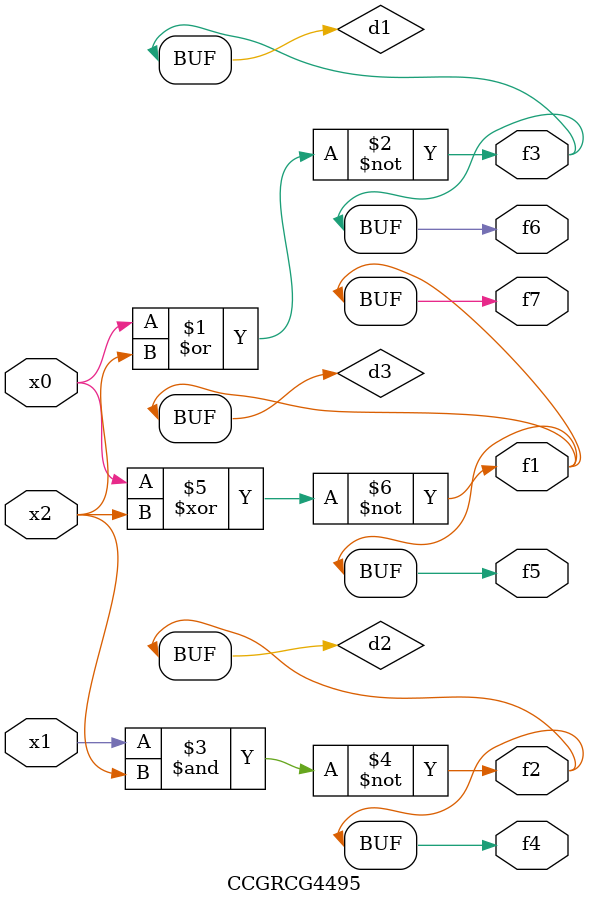
<source format=v>
module CCGRCG4495(
	input x0, x1, x2,
	output f1, f2, f3, f4, f5, f6, f7
);

	wire d1, d2, d3;

	nor (d1, x0, x2);
	nand (d2, x1, x2);
	xnor (d3, x0, x2);
	assign f1 = d3;
	assign f2 = d2;
	assign f3 = d1;
	assign f4 = d2;
	assign f5 = d3;
	assign f6 = d1;
	assign f7 = d3;
endmodule

</source>
